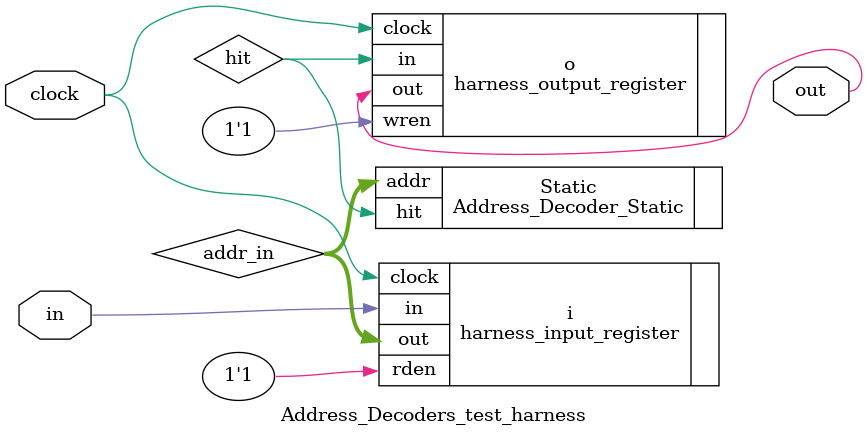
<source format=v>

module Address_Decoders_test_harness
#(
    parameter   WORD_WIDTH = 36
)
(
    input   wire    clock,
    input   wire    in,
    output  wire    out
);

// --------------------------------------------------------------------
// --------------------------------------------------------------------

    // We can only do one decoder at a time since we can't partition them, and
    // that makes measuring logic usage difficult.

    localparam [WORD_WIDTH-1:0] BASE  = 'd567;
    localparam [WORD_WIDTH-1:0] BOUND = 'd666;

    wire [WORD_WIDTH-1:0] addr_in;

    wire hit;

    Address_Decoder_Static
    #(
        .ADDR_WIDTH (WORD_WIDTH),
        .ADDR_BASE  (BASE),
        .ADDR_BOUND (BOUND)
    )
    Static
    (
        .addr       (addr_in),
        .hit        (hit)
    );

//    Address_Decoder_Arithmetic
//    #(
//        .ADDR_WIDTH (WORD_WIDTH)
//    )
//    Arith
//    (
//        .base_addr  (BASE),
//        .bound_addr (BOUND),
//        .addr       (addr_in),
//        .hit        (hit)
//    );

//    Address_Decoder_Arithmetic_Structural
//    #(
//        .ADDR_WIDTH (WORD_WIDTH)
//    )
//    Struct
//    (
//        .base_addr  (BASE),
//        .bound_addr (BOUND),
//        .addr       (addr_in),
//        .hit        (hit)
//    );

// --------------------------------------------------------------------
// --------------------------------------------------------------------

    // Tie-off and register inputs and outputs to get a valid timing analysis.

    harness_input_register
    #(
        .WIDTH  (WORD_WIDTH)
    )
    i
    (
        .clock  (clock),    
        .in     (in),
        .rden   (1'b1),
        .out    ({addr_in})
    );


    harness_output_register 
    #(
        .WIDTH  (1)
    )
    o
    (
        .clock  (clock),
        .in     ({hit}),
        .wren   (1'b1),
        .out    (out)
    );

endmodule


</source>
